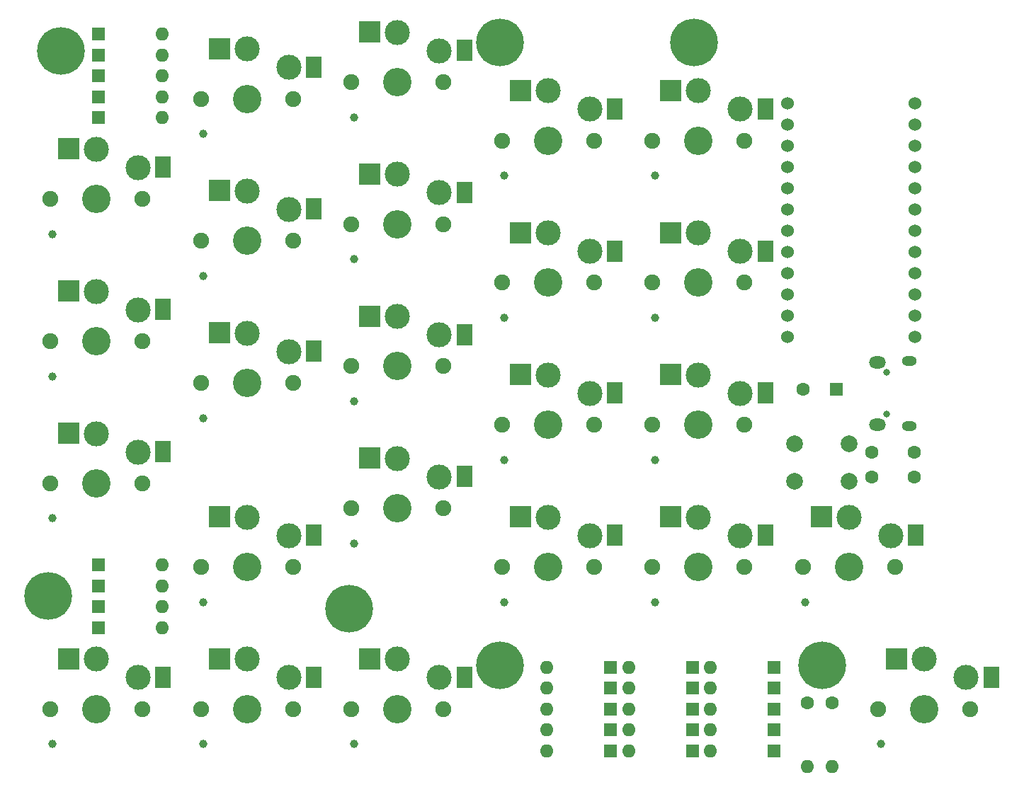
<source format=gbs>
%TF.GenerationSoftware,KiCad,Pcbnew,(5.99.0-12766-g4a3658027e)*%
%TF.CreationDate,2021-12-04T14:11:10+09:00*%
%TF.ProjectId,left,6c656674-2e6b-4696-9361-645f70636258,rev?*%
%TF.SameCoordinates,Original*%
%TF.FileFunction,Soldermask,Bot*%
%TF.FilePolarity,Negative*%
%FSLAX46Y46*%
G04 Gerber Fmt 4.6, Leading zero omitted, Abs format (unit mm)*
G04 Created by KiCad (PCBNEW (5.99.0-12766-g4a3658027e)) date 2021-12-04 14:11:10*
%MOMM*%
%LPD*%
G01*
G04 APERTURE LIST*
%ADD10R,1.600000X1.600000*%
%ADD11O,1.600000X1.600000*%
%ADD12C,3.000000*%
%ADD13C,1.900000*%
%ADD14C,0.990600*%
%ADD15C,3.400000*%
%ADD16R,2.600000X2.600000*%
%ADD17R,1.950000X2.600000*%
%ADD18C,1.600000*%
%ADD19C,2.000000*%
%ADD20C,1.524000*%
%ADD21C,5.700000*%
%ADD22O,0.800000X0.800000*%
%ADD23O,1.800000X1.150000*%
%ADD24O,2.000000X1.450000*%
G04 APERTURE END LIST*
D10*
%TO.C,D21*%
X86500000Y-96750000D03*
D11*
X78880000Y-96750000D03*
%TD*%
D10*
%TO.C,D13*%
X96250000Y-101750000D03*
D11*
X88630000Y-101750000D03*
%TD*%
D12*
%TO.C,SW21*%
X102000000Y-47000000D03*
X97000000Y-44800000D03*
D13*
X91500000Y-50750000D03*
X102500000Y-50750000D03*
D14*
X91780000Y-54950000D03*
D15*
X97000000Y-50750000D03*
D16*
X93700000Y-44750000D03*
D17*
X105000000Y-46950000D03*
%TD*%
D18*
%TO.C,R1*%
X110000000Y-101000000D03*
D11*
X110000000Y-108620000D03*
%TD*%
D12*
%TO.C,SW18*%
X84000000Y-64000000D03*
D14*
X73780000Y-71950000D03*
D13*
X73500000Y-67750000D03*
D12*
X79000000Y-61800000D03*
D13*
X84500000Y-67750000D03*
D15*
X79000000Y-67750000D03*
D16*
X75700000Y-61750000D03*
D17*
X87000000Y-63950000D03*
%TD*%
D19*
%TO.C,SW47*%
X115000000Y-74500000D03*
X108500000Y-74500000D03*
X108500000Y-70000000D03*
X115000000Y-70000000D03*
%TD*%
D10*
%TO.C,D4*%
X106000000Y-106750000D03*
D11*
X98380000Y-106750000D03*
%TD*%
D12*
%TO.C,SW8*%
X48000000Y-59000000D03*
D13*
X48500000Y-62750000D03*
D15*
X43000000Y-62750000D03*
D13*
X37500000Y-62750000D03*
D12*
X43000000Y-56800000D03*
D14*
X37780000Y-66950000D03*
D16*
X39700000Y-56750000D03*
D17*
X51000000Y-58950000D03*
%TD*%
D14*
%TO.C,SW14*%
X91780000Y-88950000D03*
D13*
X102500000Y-84750000D03*
X91500000Y-84750000D03*
D12*
X102000000Y-81000000D03*
D15*
X97000000Y-84750000D03*
D12*
X97000000Y-78800000D03*
D16*
X93700000Y-78750000D03*
D17*
X105000000Y-80950000D03*
%TD*%
D13*
%TO.C,SW9*%
X84500000Y-84750000D03*
D14*
X73780000Y-88950000D03*
D12*
X84000000Y-81000000D03*
X79000000Y-78800000D03*
D15*
X79000000Y-84750000D03*
D13*
X73500000Y-84750000D03*
D16*
X75700000Y-78750000D03*
D17*
X87000000Y-80950000D03*
%TD*%
D12*
%TO.C,SW11*%
X66000000Y-23000000D03*
D14*
X55780000Y-30950000D03*
D12*
X61000000Y-20800000D03*
D13*
X55500000Y-26750000D03*
D15*
X61000000Y-26750000D03*
D13*
X66500000Y-26750000D03*
D16*
X57700000Y-20750000D03*
D17*
X69000000Y-22950000D03*
%TD*%
D10*
%TO.C,D8*%
X96250000Y-104250000D03*
D11*
X88630000Y-104250000D03*
%TD*%
D13*
%TO.C,SW19*%
X120500000Y-84750000D03*
D15*
X115000000Y-84750000D03*
D13*
X109500000Y-84750000D03*
D12*
X120000000Y-81000000D03*
D14*
X109780000Y-88950000D03*
D12*
X115000000Y-78800000D03*
D16*
X111700000Y-78750000D03*
D17*
X123000000Y-80950000D03*
%TD*%
D12*
%TO.C,SW17*%
X84000000Y-47000000D03*
D14*
X73780000Y-54950000D03*
D13*
X73500000Y-50750000D03*
D12*
X79000000Y-44800000D03*
D13*
X84500000Y-50750000D03*
D15*
X79000000Y-50750000D03*
D16*
X75700000Y-44750000D03*
D17*
X87000000Y-46950000D03*
%TD*%
D10*
%TO.C,D6*%
X25250000Y-28500000D03*
D11*
X32870000Y-28500000D03*
%TD*%
D12*
%TO.C,SW5*%
X25000000Y-95800000D03*
X30000000Y-98000000D03*
D13*
X19500000Y-101750000D03*
D14*
X19780000Y-105950000D03*
D13*
X30500000Y-101750000D03*
D15*
X25000000Y-101750000D03*
D16*
X21700000Y-95750000D03*
D17*
X33000000Y-97950000D03*
%TD*%
D12*
%TO.C,SW4*%
X66000000Y-74000000D03*
D13*
X66500000Y-77750000D03*
X55500000Y-77750000D03*
D12*
X61000000Y-71800000D03*
D14*
X55780000Y-81950000D03*
D15*
X61000000Y-77750000D03*
D16*
X57700000Y-71750000D03*
D17*
X69000000Y-73950000D03*
%TD*%
D15*
%TO.C,SW15*%
X43000000Y-101750000D03*
D13*
X37500000Y-101750000D03*
D14*
X37780000Y-105950000D03*
D12*
X43000000Y-95800000D03*
X48000000Y-98000000D03*
D13*
X48500000Y-101750000D03*
D16*
X39700000Y-95750000D03*
D17*
X51000000Y-97950000D03*
%TD*%
D10*
%TO.C,D23*%
X106000000Y-96750000D03*
D11*
X98380000Y-96750000D03*
%TD*%
D10*
%TO.C,D2*%
X86500000Y-106750000D03*
D11*
X78880000Y-106750000D03*
%TD*%
D10*
%TO.C,D3*%
X96250000Y-106750000D03*
D11*
X88630000Y-106750000D03*
%TD*%
D10*
%TO.C,D10*%
X25250000Y-89500000D03*
D11*
X32870000Y-89500000D03*
%TD*%
D12*
%TO.C,SW12*%
X61000000Y-37800000D03*
D15*
X61000000Y-43750000D03*
D14*
X55780000Y-47950000D03*
D12*
X66000000Y-40000000D03*
D13*
X66500000Y-43750000D03*
X55500000Y-43750000D03*
D16*
X57700000Y-37750000D03*
D17*
X69000000Y-39950000D03*
%TD*%
D10*
%TO.C,D5*%
X25250000Y-92000000D03*
D11*
X32870000Y-92000000D03*
%TD*%
D12*
%TO.C,SW6*%
X48000000Y-25000000D03*
D13*
X37500000Y-28750000D03*
D15*
X43000000Y-28750000D03*
D14*
X37780000Y-32950000D03*
D13*
X48500000Y-28750000D03*
D12*
X43000000Y-22800000D03*
D16*
X39700000Y-22750000D03*
D17*
X51000000Y-24950000D03*
%TD*%
D10*
%TO.C,D12*%
X86500000Y-101750000D03*
D11*
X78880000Y-101750000D03*
%TD*%
D10*
%TO.C,D20*%
X25250000Y-21000000D03*
D11*
X32870000Y-21000000D03*
%TD*%
D18*
%TO.C,R2*%
X113000000Y-101000000D03*
D11*
X113000000Y-108620000D03*
%TD*%
D10*
%TO.C,D9*%
X106000000Y-104250000D03*
D11*
X98380000Y-104250000D03*
%TD*%
D10*
%TO.C,D18*%
X96250000Y-99250000D03*
D11*
X88630000Y-99250000D03*
%TD*%
D10*
%TO.C,D17*%
X86500000Y-99250000D03*
D11*
X78880000Y-99250000D03*
%TD*%
D10*
%TO.C,D15*%
X25250000Y-87000000D03*
D11*
X32870000Y-87000000D03*
%TD*%
D20*
%TO.C,U1*%
X122861400Y-29272000D03*
X122861400Y-31812000D03*
X122861400Y-34352000D03*
X122861400Y-36892000D03*
X122861400Y-39432000D03*
X122861400Y-41972000D03*
X122861400Y-44512000D03*
X122861400Y-47052000D03*
X122861400Y-49592000D03*
X122861400Y-52132000D03*
X122861400Y-54672000D03*
X122861400Y-57212000D03*
X107641400Y-57212000D03*
X107641400Y-54672000D03*
X107641400Y-52132000D03*
X107641400Y-49592000D03*
X107641400Y-47052000D03*
X107641400Y-44512000D03*
X107641400Y-41972000D03*
X107641400Y-39432000D03*
X107641400Y-36892000D03*
X107641400Y-34352000D03*
X107641400Y-31812000D03*
X107641400Y-29272000D03*
%TD*%
D14*
%TO.C,SW23*%
X118780000Y-105950000D03*
D15*
X124000000Y-101750000D03*
D12*
X129000000Y-98000000D03*
D13*
X118500000Y-101750000D03*
X129500000Y-101750000D03*
D12*
X124000000Y-95800000D03*
D16*
X120700000Y-95750000D03*
D17*
X132000000Y-97950000D03*
%TD*%
D13*
%TO.C,SW13*%
X66500000Y-60750000D03*
D14*
X55780000Y-64950000D03*
D15*
X61000000Y-60750000D03*
D12*
X66000000Y-57000000D03*
X61000000Y-54800000D03*
D13*
X55500000Y-60750000D03*
D16*
X57700000Y-54750000D03*
D17*
X69000000Y-56950000D03*
%TD*%
D13*
%TO.C,SW7*%
X37500000Y-45750000D03*
D12*
X43000000Y-39800000D03*
D15*
X43000000Y-45750000D03*
D14*
X37780000Y-49950000D03*
D13*
X48500000Y-45750000D03*
D12*
X48000000Y-42000000D03*
D16*
X39700000Y-39750000D03*
D17*
X51000000Y-41950000D03*
%TD*%
D13*
%TO.C,SW20*%
X102500000Y-33750000D03*
D12*
X102000000Y-30000000D03*
D13*
X91500000Y-33750000D03*
D12*
X97000000Y-27800000D03*
D14*
X91780000Y-37950000D03*
D15*
X97000000Y-33750000D03*
D16*
X93700000Y-27750000D03*
D17*
X105000000Y-29950000D03*
%TD*%
D10*
%TO.C,D22*%
X96250000Y-96750000D03*
D11*
X88630000Y-96750000D03*
%TD*%
D13*
%TO.C,SW1*%
X19500000Y-40750000D03*
D12*
X25000000Y-34800000D03*
D14*
X19780000Y-44950000D03*
D13*
X30500000Y-40750000D03*
D12*
X30000000Y-37000000D03*
D15*
X25000000Y-40750000D03*
D16*
X21700000Y-34750000D03*
D17*
X33000000Y-36950000D03*
%TD*%
D10*
%TO.C,D14*%
X106000000Y-101750000D03*
D11*
X98380000Y-101750000D03*
%TD*%
D13*
%TO.C,SW2*%
X30500000Y-57750000D03*
D14*
X19780000Y-61950000D03*
D13*
X19500000Y-57750000D03*
D12*
X30000000Y-54000000D03*
D15*
X25000000Y-57750000D03*
D12*
X25000000Y-51800000D03*
D16*
X21700000Y-51750000D03*
D17*
X33000000Y-53950000D03*
%TD*%
D10*
%TO.C,D11*%
X25250000Y-26000000D03*
D11*
X32870000Y-26000000D03*
%TD*%
D15*
%TO.C,SW16*%
X79000000Y-33750000D03*
D13*
X73500000Y-33750000D03*
D12*
X79000000Y-27800000D03*
D14*
X73780000Y-37950000D03*
D12*
X84000000Y-30000000D03*
D13*
X84500000Y-33750000D03*
D16*
X75700000Y-27750000D03*
D17*
X87000000Y-29950000D03*
%TD*%
D10*
%TO.C,D7*%
X86500000Y-104250000D03*
D11*
X78880000Y-104250000D03*
%TD*%
D10*
%TO.C,D1*%
X25250000Y-31000000D03*
D11*
X32870000Y-31000000D03*
%TD*%
D12*
%TO.C,SW22*%
X102000000Y-64000000D03*
X97000000Y-61800000D03*
D13*
X102500000Y-67750000D03*
D15*
X97000000Y-67750000D03*
D13*
X91500000Y-67750000D03*
D14*
X91780000Y-71950000D03*
D16*
X93700000Y-61750000D03*
D17*
X105000000Y-63950000D03*
%TD*%
D10*
%TO.C,D16*%
X25250000Y-23500000D03*
D11*
X32870000Y-23500000D03*
%TD*%
D13*
%TO.C,SW3*%
X19500000Y-74750000D03*
D14*
X19780000Y-78950000D03*
D12*
X25000000Y-68800000D03*
X30000000Y-71000000D03*
D15*
X25000000Y-74750000D03*
D13*
X30500000Y-74750000D03*
D16*
X21700000Y-68750000D03*
D17*
X33000000Y-70950000D03*
%TD*%
D10*
%TO.C,D19*%
X106000000Y-99250000D03*
D11*
X98380000Y-99250000D03*
%TD*%
D13*
%TO.C,SW10*%
X37500000Y-84750000D03*
D14*
X37780000Y-88950000D03*
D12*
X43000000Y-78800000D03*
D13*
X48500000Y-84750000D03*
D15*
X43000000Y-84750000D03*
D12*
X48000000Y-81000000D03*
D16*
X39700000Y-78750000D03*
D17*
X51000000Y-80950000D03*
%TD*%
D21*
%TO.C,H4*%
X96500000Y-22000000D03*
%TD*%
D22*
%TO.C,J1*%
X119450000Y-61500000D03*
X119450000Y-66500000D03*
D23*
X122200000Y-67875000D03*
D24*
X118400000Y-60275000D03*
X118400000Y-67725000D03*
D23*
X122200000Y-60125000D03*
%TD*%
D15*
%TO.C,SW49*%
X61000000Y-101750000D03*
D12*
X61000000Y-95800000D03*
X66000000Y-98000000D03*
D13*
X55500000Y-101750000D03*
D14*
X55780000Y-105950000D03*
D13*
X66500000Y-101750000D03*
D16*
X57700000Y-95750000D03*
D17*
X69000000Y-97950000D03*
%TD*%
D21*
%TO.C,H2*%
X19250000Y-88250000D03*
%TD*%
%TO.C,H1*%
X55250000Y-89750000D03*
%TD*%
D10*
%TO.C,D47*%
X25250000Y-84500000D03*
D11*
X32870000Y-84500000D03*
%TD*%
D21*
%TO.C,H8*%
X20750000Y-23000000D03*
%TD*%
D10*
%TO.C,BZ1*%
X113500000Y-63500000D03*
D18*
X109500000Y-63500000D03*
%TD*%
D21*
%TO.C,H6*%
X111750000Y-96500000D03*
%TD*%
%TO.C,H5*%
X73250000Y-22000000D03*
%TD*%
%TO.C,H7*%
X73250000Y-96500000D03*
%TD*%
D18*
%TO.C,C1*%
X117750000Y-71000000D03*
X122750000Y-71000000D03*
%TD*%
%TO.C,C2*%
X117750000Y-74000000D03*
X122750000Y-74000000D03*
%TD*%
M02*

</source>
